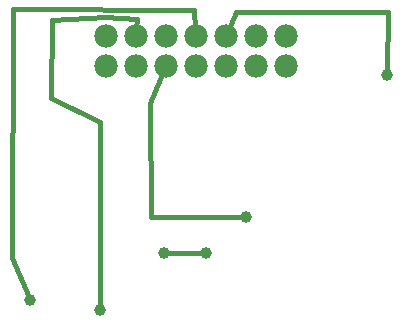
<source format=gbl>
G04 MADE WITH FRITZING*
G04 WWW.FRITZING.ORG*
G04 DOUBLE SIDED*
G04 HOLES PLATED*
G04 CONTOUR ON CENTER OF CONTOUR VECTOR*
%ASAXBY*%
%FSLAX23Y23*%
%MOIN*%
%OFA0B0*%
%SFA1.0B1.0*%
%ADD10C,0.039370*%
%ADD11C,0.078000*%
%ADD12C,0.016000*%
%LNCOPPER0*%
G90*
G70*
G54D10*
X140Y478D03*
X374Y445D03*
X1329Y1230D03*
X860Y757D03*
X585Y635D03*
X727Y635D03*
G54D11*
X992Y1261D03*
X892Y1261D03*
X792Y1261D03*
X692Y1261D03*
X592Y1261D03*
X492Y1261D03*
X392Y1261D03*
X992Y1261D03*
X892Y1261D03*
X792Y1261D03*
X692Y1261D03*
X592Y1261D03*
X492Y1261D03*
X392Y1261D03*
X392Y1361D03*
X492Y1361D03*
X592Y1361D03*
X692Y1361D03*
X792Y1361D03*
X892Y1361D03*
X992Y1361D03*
X992Y1261D03*
X892Y1261D03*
X792Y1261D03*
X692Y1261D03*
X592Y1261D03*
X492Y1261D03*
X392Y1261D03*
X992Y1261D03*
X892Y1261D03*
X792Y1261D03*
X692Y1261D03*
X592Y1261D03*
X492Y1261D03*
X392Y1261D03*
X392Y1361D03*
X492Y1361D03*
X592Y1361D03*
X692Y1361D03*
X792Y1361D03*
X892Y1361D03*
X992Y1361D03*
G54D12*
X79Y618D02*
X81Y1448D01*
D02*
X135Y490D02*
X79Y618D01*
D02*
X81Y1448D02*
X686Y1447D01*
D02*
X686Y1447D02*
X690Y1386D01*
D02*
X372Y1072D02*
X374Y459D01*
D02*
X210Y1154D02*
X372Y1072D01*
D02*
X213Y1414D02*
X210Y1154D01*
D02*
X388Y1422D02*
X213Y1414D01*
D02*
X495Y1415D02*
X388Y1422D01*
D02*
X493Y1386D02*
X495Y1415D01*
D02*
X1329Y1243D02*
X1331Y1441D01*
D02*
X1331Y1441D02*
X827Y1440D01*
D02*
X827Y1440D02*
X802Y1384D01*
D02*
X544Y755D02*
X540Y1136D01*
D02*
X847Y757D02*
X544Y755D01*
D02*
X540Y1136D02*
X583Y1239D01*
D02*
X713Y635D02*
X598Y635D01*
G04 End of Copper0*
M02*
</source>
